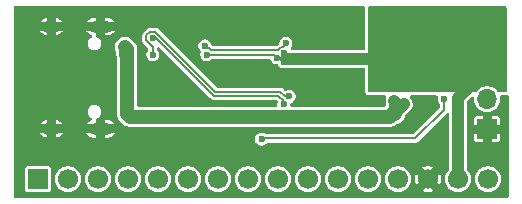
<source format=gbl>
G04 #@! TF.GenerationSoftware,KiCad,Pcbnew,9.0.3*
G04 #@! TF.CreationDate,2025-08-03T15:24:15-04:00*
G04 #@! TF.ProjectId,CH32V003A4M6,43483332-5630-4303-9341-344d362e6b69,rev?*
G04 #@! TF.SameCoordinates,Original*
G04 #@! TF.FileFunction,Copper,L2,Bot*
G04 #@! TF.FilePolarity,Positive*
%FSLAX46Y46*%
G04 Gerber Fmt 4.6, Leading zero omitted, Abs format (unit mm)*
G04 Created by KiCad (PCBNEW 9.0.3) date 2025-08-03 15:24:15*
%MOMM*%
%LPD*%
G01*
G04 APERTURE LIST*
G04 #@! TA.AperFunction,ComponentPad*
%ADD10R,1.700000X1.700000*%
G04 #@! TD*
G04 #@! TA.AperFunction,ComponentPad*
%ADD11O,1.700000X1.700000*%
G04 #@! TD*
G04 #@! TA.AperFunction,ComponentPad*
%ADD12O,2.100000X1.000000*%
G04 #@! TD*
G04 #@! TA.AperFunction,ComponentPad*
%ADD13O,1.600000X1.000000*%
G04 #@! TD*
G04 #@! TA.AperFunction,ComponentPad*
%ADD14C,1.700000*%
G04 #@! TD*
G04 #@! TA.AperFunction,ViaPad*
%ADD15C,0.600000*%
G04 #@! TD*
G04 #@! TA.AperFunction,Conductor*
%ADD16C,1.000000*%
G04 #@! TD*
G04 #@! TA.AperFunction,Conductor*
%ADD17C,1.200000*%
G04 #@! TD*
G04 #@! TA.AperFunction,Conductor*
%ADD18C,0.200000*%
G04 #@! TD*
G04 APERTURE END LIST*
D10*
X167100000Y-124225000D03*
D11*
X167100000Y-121685000D03*
X167100000Y-119145000D03*
D12*
X134380000Y-115530000D03*
D13*
X130200000Y-115530000D03*
D12*
X134380000Y-124170000D03*
D13*
X130200000Y-124170000D03*
D10*
X129070000Y-128450000D03*
D14*
X131610000Y-128450000D03*
X134150000Y-128450000D03*
X136690000Y-128450000D03*
X139230000Y-128450000D03*
X141770000Y-128450000D03*
X144310000Y-128450000D03*
X146850000Y-128450000D03*
X149390000Y-128450000D03*
X151930000Y-128450000D03*
X154470000Y-128450000D03*
X157010000Y-128450000D03*
X159550000Y-128450000D03*
X162090000Y-128450000D03*
X164630000Y-128450000D03*
X167170000Y-128450000D03*
D15*
X143057792Y-129484503D03*
X140520835Y-129484503D03*
X132909964Y-129484503D03*
X155750000Y-119800000D03*
X153050000Y-115100000D03*
X155700000Y-116800000D03*
X145594749Y-129484503D03*
X158450000Y-124350000D03*
X142950000Y-126800000D03*
X155742577Y-129484503D03*
X146150000Y-114300000D03*
X154100000Y-116600000D03*
X148250000Y-126350000D03*
X150668663Y-129484503D03*
X163550000Y-123850000D03*
X145450000Y-127150000D03*
X156050000Y-121650000D03*
X154350000Y-119800000D03*
X149750000Y-120500000D03*
X139550000Y-121550000D03*
X148400000Y-119500000D03*
X160816491Y-129484503D03*
X163500000Y-125750000D03*
X163353448Y-129484503D03*
X137983878Y-129484503D03*
X144650000Y-114350000D03*
X153205620Y-129484503D03*
X148131706Y-129484503D03*
X130550000Y-129600000D03*
X138300000Y-121600000D03*
X148450000Y-120500000D03*
X149800000Y-119550000D03*
X140300000Y-120650000D03*
X155050000Y-120850000D03*
X147500000Y-114350000D03*
X150450000Y-114300000D03*
X165890405Y-129484503D03*
X163500000Y-124800000D03*
X151950000Y-114350000D03*
X149350000Y-126350000D03*
X156950000Y-124300000D03*
X158279534Y-129484503D03*
X135446921Y-129484503D03*
X138700000Y-120600000D03*
X148900000Y-114350000D03*
X160250000Y-124350000D03*
X159300000Y-122950000D03*
X159250000Y-121850000D03*
X136700000Y-122500000D03*
X136722000Y-121850000D03*
X160050000Y-122100000D03*
X136445000Y-117250000D03*
X136445000Y-117850000D03*
X162950000Y-114350000D03*
X149900000Y-117800000D03*
X149300000Y-118150000D03*
X164000000Y-120500000D03*
X159850000Y-116050000D03*
X160800000Y-114350000D03*
X159900000Y-120400000D03*
X161800000Y-118150000D03*
X161750000Y-120450000D03*
X165822500Y-120422500D03*
X161950000Y-116000000D03*
X164900000Y-114400000D03*
X166050000Y-115600000D03*
X166050000Y-117550000D03*
X168300000Y-115600000D03*
X159900000Y-118150000D03*
X168200000Y-117450000D03*
X149900000Y-118500000D03*
X143350000Y-117900000D03*
X160750000Y-119250000D03*
X160900000Y-117050000D03*
X167200000Y-116600000D03*
X167100000Y-114450000D03*
X148000000Y-125050000D03*
X163450000Y-121650000D03*
X149900000Y-122100000D03*
X138782007Y-116484043D03*
X150346478Y-121443854D03*
X138791933Y-117900000D03*
X150050000Y-116950000D03*
X143211494Y-117147823D03*
D16*
X136445000Y-117850000D02*
X136445000Y-117250000D01*
X136722000Y-118172000D02*
X136445000Y-117895000D01*
D17*
X136846998Y-123150000D02*
X158850000Y-123150000D01*
D16*
X159250000Y-121850000D02*
X159300000Y-121900000D01*
X159300000Y-122950000D02*
X159300000Y-122850000D01*
X159300000Y-121900000D02*
X159300000Y-122850000D01*
D17*
X159050000Y-122950000D02*
X159300000Y-122950000D01*
D16*
X159300000Y-122850000D02*
X160050000Y-122100000D01*
D17*
X136622000Y-122925002D02*
X136846998Y-123150000D01*
D16*
X136445000Y-117895000D02*
X136445000Y-117850000D01*
D17*
X158850000Y-123150000D02*
X159050000Y-122950000D01*
X136445000Y-117250000D02*
X136622000Y-117427000D01*
X136622000Y-117427000D02*
X136622000Y-122925002D01*
D16*
X136700000Y-122500000D02*
X136700000Y-122189207D01*
X164650000Y-121595000D02*
X165822500Y-120422500D01*
X164630000Y-128450000D02*
X164650000Y-128430000D01*
D18*
X143350000Y-117900000D02*
X149050000Y-117900000D01*
D16*
X150050000Y-118250000D02*
X157900000Y-118250000D01*
X164650000Y-128430000D02*
X164650000Y-121595000D01*
X165822500Y-120422500D02*
X167100000Y-119145000D01*
D18*
X149050000Y-117900000D02*
X149300000Y-118150000D01*
X161000000Y-125000000D02*
X148050000Y-125000000D01*
X163450000Y-121650000D02*
X163450000Y-122550000D01*
X148050000Y-125000000D02*
X148000000Y-125050000D01*
X163450000Y-122550000D02*
X161000000Y-125000000D01*
X149900000Y-121850000D02*
X149428000Y-121378000D01*
X139064850Y-116484043D02*
X138782007Y-116484043D01*
X139500000Y-116950000D02*
X139500000Y-116919193D01*
X143880807Y-121300000D02*
X143850000Y-121300000D01*
X149428000Y-121378000D02*
X143958807Y-121378000D01*
X139500000Y-116919193D02*
X139064850Y-116484043D01*
X149900000Y-122100000D02*
X149900000Y-121850000D01*
X143850000Y-121300000D02*
X139500000Y-116950000D01*
X143958807Y-121378000D02*
X143880807Y-121300000D01*
X144094669Y-121050000D02*
X139000712Y-115956043D01*
X138254007Y-116704007D02*
X138791933Y-117241933D01*
X149957716Y-121443854D02*
X149563862Y-121050000D01*
X138254007Y-116265338D02*
X138254007Y-116704007D01*
X138563302Y-115956043D02*
X138254007Y-116265338D01*
X149563862Y-121050000D02*
X144094669Y-121050000D01*
X150346478Y-121443854D02*
X149957716Y-121443854D01*
X138791933Y-117241933D02*
X138791933Y-117900000D01*
X139000712Y-115956043D02*
X138563302Y-115956043D01*
X149681295Y-117272000D02*
X149778000Y-117272000D01*
X143746705Y-117550000D02*
X149403295Y-117550000D01*
X149403295Y-117550000D02*
X149681295Y-117272000D01*
X143435671Y-117372000D02*
X143568705Y-117372000D01*
X143211494Y-117147823D02*
X143435671Y-117372000D01*
X149778000Y-117272000D02*
X150050000Y-117000000D01*
X150050000Y-117000000D02*
X150050000Y-116950000D01*
X143568705Y-117372000D02*
X143746705Y-117550000D01*
G04 #@! TA.AperFunction,Conductor*
G36*
X168693039Y-113822185D02*
G01*
X168738794Y-113874989D01*
X168750000Y-113926500D01*
X168750000Y-120976000D01*
X168730315Y-121043039D01*
X168677511Y-121088794D01*
X168626000Y-121100000D01*
X168098447Y-121100000D01*
X168031408Y-121080315D01*
X167998129Y-121048886D01*
X167945174Y-120976000D01*
X167939414Y-120968072D01*
X167816928Y-120845586D01*
X167676788Y-120743768D01*
X167522445Y-120665127D01*
X167357701Y-120611598D01*
X167357699Y-120611597D01*
X167357698Y-120611597D01*
X167226271Y-120590781D01*
X167186611Y-120584500D01*
X167013389Y-120584500D01*
X166973728Y-120590781D01*
X166842302Y-120611597D01*
X166677552Y-120665128D01*
X166523211Y-120743768D01*
X166443256Y-120801859D01*
X166383072Y-120845586D01*
X166383070Y-120845588D01*
X166383069Y-120845588D01*
X166260587Y-120968070D01*
X166201871Y-121048886D01*
X166146540Y-121091551D01*
X166101553Y-121100000D01*
X163524341Y-121100000D01*
X163522475Y-121099500D01*
X163377525Y-121099500D01*
X163375659Y-121100000D01*
X159335085Y-121100000D01*
X159324907Y-121099500D01*
X159323917Y-121099500D01*
X159176083Y-121099500D01*
X159175093Y-121099500D01*
X159164915Y-121100000D01*
X157124000Y-121100000D01*
X157056961Y-121080315D01*
X157011206Y-121027511D01*
X157000000Y-120976000D01*
X157000000Y-113926500D01*
X157019685Y-113859461D01*
X157072489Y-113813706D01*
X157124000Y-113802500D01*
X168626000Y-113802500D01*
X168693039Y-113822185D01*
G37*
G04 #@! TD.AperFunction*
G04 #@! TA.AperFunction,Conductor*
G36*
X156687539Y-113822185D02*
G01*
X156733294Y-113874989D01*
X156744500Y-113926500D01*
X156744500Y-117375500D01*
X156724815Y-117442539D01*
X156672011Y-117488294D01*
X156620500Y-117499500D01*
X150578386Y-117499500D01*
X150511347Y-117479815D01*
X150465592Y-117427011D01*
X150455648Y-117357853D01*
X150484673Y-117294297D01*
X150490442Y-117288101D01*
X150490504Y-117288019D01*
X150490509Y-117288015D01*
X150562984Y-117162485D01*
X150600500Y-117022475D01*
X150600500Y-116877525D01*
X150562984Y-116737515D01*
X150545547Y-116707314D01*
X150490511Y-116611988D01*
X150490506Y-116611982D01*
X150388017Y-116509493D01*
X150388011Y-116509488D01*
X150262488Y-116437017D01*
X150262489Y-116437017D01*
X150212860Y-116423719D01*
X150122475Y-116399500D01*
X149977525Y-116399500D01*
X149887140Y-116423719D01*
X149837511Y-116437017D01*
X149711988Y-116509488D01*
X149711982Y-116509493D01*
X149609493Y-116611982D01*
X149609488Y-116611988D01*
X149537017Y-116737511D01*
X149537016Y-116737515D01*
X149499500Y-116877525D01*
X149499500Y-116877527D01*
X149499500Y-116906751D01*
X149490855Y-116936191D01*
X149484332Y-116966178D01*
X149480577Y-116971193D01*
X149479815Y-116973790D01*
X149463181Y-116994432D01*
X149294432Y-117163181D01*
X149233109Y-117196666D01*
X149206751Y-117199500D01*
X143943249Y-117199500D01*
X143876210Y-117179815D01*
X143855572Y-117163185D01*
X143783917Y-117091530D01*
X143783916Y-117091529D01*
X143783385Y-117090998D01*
X143751293Y-117035413D01*
X143724478Y-116935338D01*
X143715172Y-116919220D01*
X143652005Y-116809811D01*
X143652000Y-116809805D01*
X143549511Y-116707316D01*
X143549505Y-116707311D01*
X143423982Y-116634840D01*
X143423983Y-116634840D01*
X143412500Y-116631763D01*
X143283969Y-116597323D01*
X143139019Y-116597323D01*
X143010487Y-116631763D01*
X142999005Y-116634840D01*
X142873482Y-116707311D01*
X142873476Y-116707316D01*
X142770987Y-116809805D01*
X142770982Y-116809811D01*
X142698511Y-116935334D01*
X142698510Y-116935338D01*
X142660994Y-117075348D01*
X142660994Y-117220298D01*
X142693935Y-117343233D01*
X142698511Y-117360311D01*
X142770982Y-117485834D01*
X142770987Y-117485840D01*
X142819385Y-117534238D01*
X142852870Y-117595561D01*
X142847886Y-117665253D01*
X142839096Y-117683911D01*
X142837018Y-117687510D01*
X142837016Y-117687513D01*
X142818258Y-117757520D01*
X142799500Y-117827525D01*
X142799500Y-117972475D01*
X142837016Y-118112485D01*
X142837017Y-118112488D01*
X142909488Y-118238011D01*
X142909490Y-118238013D01*
X142909491Y-118238015D01*
X143011985Y-118340509D01*
X143011986Y-118340510D01*
X143011988Y-118340511D01*
X143137511Y-118412982D01*
X143137512Y-118412982D01*
X143137515Y-118412984D01*
X143277525Y-118450500D01*
X143277528Y-118450500D01*
X143422472Y-118450500D01*
X143422475Y-118450500D01*
X143562485Y-118412984D01*
X143688015Y-118340509D01*
X143741705Y-118286819D01*
X143803028Y-118253334D01*
X143829386Y-118250500D01*
X148661861Y-118250500D01*
X148728900Y-118270185D01*
X148774655Y-118322989D01*
X148781636Y-118342406D01*
X148787016Y-118362487D01*
X148787017Y-118362488D01*
X148859488Y-118488011D01*
X148859490Y-118488013D01*
X148859491Y-118488015D01*
X148961985Y-118590509D01*
X148961986Y-118590510D01*
X148961988Y-118590511D01*
X149087511Y-118662982D01*
X149087512Y-118662982D01*
X149087515Y-118662984D01*
X149227525Y-118700500D01*
X149227528Y-118700500D01*
X149308506Y-118700500D01*
X149375545Y-118720185D01*
X149415892Y-118762500D01*
X149459491Y-118838015D01*
X149561985Y-118940509D01*
X149561986Y-118940510D01*
X149561988Y-118940511D01*
X149687511Y-119012982D01*
X149687512Y-119012982D01*
X149687515Y-119012984D01*
X149827525Y-119050500D01*
X149827528Y-119050500D01*
X149972472Y-119050500D01*
X149972475Y-119050500D01*
X150112485Y-119012984D01*
X150112488Y-119012981D01*
X150119838Y-119009938D01*
X150167289Y-119000500D01*
X156620500Y-119000500D01*
X156687539Y-119020185D01*
X156733294Y-119072989D01*
X156744500Y-119124500D01*
X156744500Y-120976002D01*
X156750338Y-121030312D01*
X156761543Y-121081818D01*
X156761546Y-121081827D01*
X156768779Y-121108192D01*
X156768783Y-121108203D01*
X156818105Y-121194818D01*
X156818110Y-121194825D01*
X156818112Y-121194828D01*
X156839653Y-121219688D01*
X156863863Y-121247628D01*
X156863866Y-121247631D01*
X156863867Y-121247632D01*
X156896641Y-121279257D01*
X156984976Y-121325465D01*
X156984977Y-121325465D01*
X156984977Y-121325466D01*
X157029218Y-121338456D01*
X157052015Y-121345150D01*
X157052019Y-121345150D01*
X157052021Y-121345151D01*
X157063652Y-121346823D01*
X157124000Y-121355500D01*
X158456915Y-121355500D01*
X158523954Y-121375185D01*
X158569709Y-121427989D01*
X158579653Y-121497147D01*
X158571476Y-121526952D01*
X158528343Y-121631083D01*
X158528340Y-121631093D01*
X158499500Y-121776080D01*
X158499500Y-121776083D01*
X158499500Y-121923917D01*
X158499500Y-121923919D01*
X158499499Y-121923919D01*
X158528340Y-122068906D01*
X158528343Y-122068916D01*
X158540061Y-122097205D01*
X158541687Y-122105381D01*
X158544477Y-122109722D01*
X158549500Y-122144657D01*
X158549500Y-122175500D01*
X158529815Y-122242539D01*
X158477011Y-122288294D01*
X158425500Y-122299500D01*
X150574500Y-122299500D01*
X150507461Y-122279815D01*
X150461706Y-122227011D01*
X150450500Y-122175500D01*
X150450500Y-122081048D01*
X150470185Y-122014009D01*
X150522989Y-121968254D01*
X150542395Y-121961277D01*
X150558963Y-121956838D01*
X150558966Y-121956836D01*
X150558967Y-121956836D01*
X150674400Y-121890190D01*
X150684493Y-121884363D01*
X150786987Y-121781869D01*
X150859462Y-121656339D01*
X150896978Y-121516329D01*
X150896978Y-121371379D01*
X150859462Y-121231369D01*
X150838359Y-121194818D01*
X150786989Y-121105842D01*
X150786984Y-121105836D01*
X150684495Y-121003347D01*
X150684489Y-121003342D01*
X150558966Y-120930871D01*
X150558967Y-120930871D01*
X150547484Y-120927794D01*
X150418953Y-120893354D01*
X150274003Y-120893354D01*
X150189997Y-120915863D01*
X150133991Y-120930870D01*
X150133988Y-120930872D01*
X150093667Y-120954151D01*
X150025767Y-120970622D01*
X149959740Y-120947769D01*
X149943988Y-120934444D01*
X149779075Y-120769531D01*
X149779070Y-120769527D01*
X149699152Y-120723387D01*
X149699151Y-120723386D01*
X149699150Y-120723386D01*
X149610006Y-120699500D01*
X149610005Y-120699500D01*
X144291213Y-120699500D01*
X144224174Y-120679815D01*
X144203532Y-120663181D01*
X139215925Y-115675574D01*
X139215920Y-115675570D01*
X139136000Y-115629429D01*
X139135993Y-115629427D01*
X139126164Y-115626793D01*
X139126163Y-115626793D01*
X139086509Y-115616168D01*
X139046856Y-115605543D01*
X138517158Y-115605543D01*
X138437851Y-115626793D01*
X138437850Y-115626793D01*
X138428016Y-115629427D01*
X138428015Y-115629428D01*
X138348093Y-115675570D01*
X138348088Y-115675574D01*
X137973538Y-116050124D01*
X137973534Y-116050129D01*
X137927394Y-116130047D01*
X137927393Y-116130050D01*
X137903507Y-116219194D01*
X137903507Y-116750150D01*
X137926118Y-116834536D01*
X137926118Y-116834538D01*
X137927392Y-116839295D01*
X137973534Y-116919215D01*
X137973538Y-116919220D01*
X138396182Y-117341864D01*
X138429667Y-117403187D01*
X138424683Y-117472879D01*
X138396183Y-117517225D01*
X138351427Y-117561981D01*
X138351421Y-117561988D01*
X138278950Y-117687511D01*
X138278949Y-117687515D01*
X138241433Y-117827525D01*
X138241433Y-117972475D01*
X138278949Y-118112485D01*
X138278950Y-118112488D01*
X138351421Y-118238011D01*
X138351423Y-118238013D01*
X138351424Y-118238015D01*
X138453918Y-118340509D01*
X138453919Y-118340510D01*
X138453921Y-118340511D01*
X138579444Y-118412982D01*
X138579445Y-118412982D01*
X138579448Y-118412984D01*
X138719458Y-118450500D01*
X138719461Y-118450500D01*
X138864405Y-118450500D01*
X138864408Y-118450500D01*
X139004418Y-118412984D01*
X139129948Y-118340509D01*
X139232442Y-118238015D01*
X139304917Y-118112485D01*
X139342433Y-117972475D01*
X139342433Y-117827525D01*
X139304917Y-117687515D01*
X139302836Y-117683911D01*
X139232444Y-117561988D01*
X139232439Y-117561982D01*
X139178752Y-117508295D01*
X139164048Y-117481367D01*
X139147456Y-117455549D01*
X139146564Y-117449348D01*
X139145267Y-117446972D01*
X139142433Y-117420614D01*
X139142433Y-117387477D01*
X139162118Y-117320438D01*
X139214922Y-117274683D01*
X139284080Y-117264739D01*
X139347636Y-117293764D01*
X139354114Y-117299796D01*
X143634788Y-121580470D01*
X143634789Y-121580471D01*
X143634791Y-121580472D01*
X143687808Y-121611081D01*
X143693538Y-121614389D01*
X143719222Y-121634097D01*
X143743595Y-121658470D01*
X143743596Y-121658471D01*
X143743598Y-121658472D01*
X143814662Y-121699501D01*
X143814661Y-121699501D01*
X143821067Y-121703198D01*
X143823519Y-121704614D01*
X143912663Y-121728500D01*
X143912664Y-121728500D01*
X144004951Y-121728500D01*
X149231456Y-121728500D01*
X149260896Y-121737144D01*
X149290883Y-121743668D01*
X149295898Y-121747422D01*
X149298495Y-121748185D01*
X149319137Y-121764819D01*
X149347977Y-121793659D01*
X149381462Y-121854982D01*
X149380071Y-121913433D01*
X149349500Y-122027525D01*
X149349500Y-122175500D01*
X149329815Y-122242539D01*
X149277011Y-122288294D01*
X149225500Y-122299500D01*
X137596500Y-122299500D01*
X137529461Y-122279815D01*
X137483706Y-122227011D01*
X137472500Y-122175500D01*
X137472500Y-117343232D01*
X137472499Y-117343228D01*
X137461534Y-117288101D01*
X137439816Y-117178918D01*
X137421037Y-117133584D01*
X137375704Y-117024137D01*
X137282627Y-116884838D01*
X137282624Y-116884834D01*
X136987165Y-116589375D01*
X136987161Y-116589372D01*
X136847866Y-116496297D01*
X136847863Y-116496296D01*
X136693082Y-116432184D01*
X136693073Y-116432181D01*
X136528771Y-116399500D01*
X136528767Y-116399500D01*
X136361233Y-116399500D01*
X136361228Y-116399500D01*
X136196926Y-116432181D01*
X136196917Y-116432184D01*
X136042136Y-116496296D01*
X136042133Y-116496297D01*
X135902838Y-116589372D01*
X135902834Y-116589375D01*
X135784375Y-116707834D01*
X135784372Y-116707838D01*
X135691297Y-116847133D01*
X135691296Y-116847136D01*
X135627184Y-117001917D01*
X135627181Y-117001926D01*
X135594500Y-117166228D01*
X135594500Y-117333771D01*
X135627181Y-117498073D01*
X135627184Y-117498082D01*
X135685061Y-117637811D01*
X135694500Y-117685263D01*
X135694500Y-117776082D01*
X135694500Y-117968918D01*
X135694500Y-117968920D01*
X135694499Y-117968920D01*
X135723340Y-118113907D01*
X135723342Y-118113913D01*
X135762061Y-118207388D01*
X135771500Y-118254841D01*
X135771500Y-123008773D01*
X135804182Y-123173076D01*
X135804185Y-123173088D01*
X135817608Y-123205493D01*
X135817609Y-123205495D01*
X135868296Y-123327865D01*
X135868297Y-123327868D01*
X135961372Y-123467163D01*
X135961375Y-123467167D01*
X136304828Y-123810619D01*
X136304829Y-123810620D01*
X136304832Y-123810622D01*
X136304836Y-123810626D01*
X136444135Y-123903704D01*
X136444138Y-123903705D01*
X136444141Y-123903707D01*
X136553572Y-123949034D01*
X136598916Y-123967816D01*
X136598918Y-123967816D01*
X136598923Y-123967818D01*
X136763226Y-124000499D01*
X136763230Y-124000500D01*
X136763231Y-124000500D01*
X158933768Y-124000500D01*
X158933769Y-124000499D01*
X159007695Y-123985795D01*
X159098074Y-123967818D01*
X159098078Y-123967816D01*
X159098082Y-123967816D01*
X159143415Y-123949037D01*
X159252863Y-123903704D01*
X159392162Y-123810627D01*
X159392163Y-123810625D01*
X159396793Y-123807532D01*
X159441490Y-123789017D01*
X159548082Y-123767816D01*
X159702863Y-123703703D01*
X159842162Y-123610626D01*
X159960626Y-123492162D01*
X160053703Y-123352863D01*
X160117816Y-123198082D01*
X160136432Y-123104486D01*
X160168815Y-123042577D01*
X160170254Y-123041111D01*
X160632951Y-122578416D01*
X160715084Y-122455495D01*
X160771658Y-122318913D01*
X160783021Y-122261788D01*
X160800500Y-122173920D01*
X160800500Y-122026080D01*
X160771659Y-121881093D01*
X160771658Y-121881092D01*
X160771658Y-121881088D01*
X160763954Y-121862488D01*
X160715085Y-121744507D01*
X160715083Y-121744504D01*
X160632952Y-121621585D01*
X160632946Y-121621578D01*
X160578549Y-121567181D01*
X160545064Y-121505858D01*
X160550048Y-121436166D01*
X160591920Y-121380233D01*
X160657384Y-121355816D01*
X160666230Y-121355500D01*
X162797392Y-121355500D01*
X162864431Y-121375185D01*
X162910186Y-121427989D01*
X162920130Y-121497147D01*
X162917169Y-121511583D01*
X162899500Y-121577525D01*
X162899500Y-121722475D01*
X162918574Y-121793659D01*
X162937017Y-121862488D01*
X163009488Y-121988011D01*
X163009493Y-121988017D01*
X163063181Y-122041705D01*
X163077884Y-122068632D01*
X163094477Y-122094451D01*
X163095368Y-122100651D01*
X163096666Y-122103028D01*
X163099500Y-122129386D01*
X163099500Y-122353456D01*
X163079815Y-122420495D01*
X163063181Y-122441137D01*
X160891137Y-124613181D01*
X160829814Y-124646666D01*
X160803456Y-124649500D01*
X148429386Y-124649500D01*
X148362347Y-124629815D01*
X148341705Y-124613181D01*
X148338017Y-124609493D01*
X148338011Y-124609488D01*
X148212488Y-124537017D01*
X148212489Y-124537017D01*
X148193791Y-124532007D01*
X148072475Y-124499500D01*
X147927525Y-124499500D01*
X147806209Y-124532007D01*
X147787511Y-124537017D01*
X147661988Y-124609488D01*
X147661982Y-124609493D01*
X147559493Y-124711982D01*
X147559488Y-124711988D01*
X147487017Y-124837511D01*
X147487016Y-124837515D01*
X147449500Y-124977525D01*
X147449500Y-125122475D01*
X147487016Y-125262485D01*
X147487017Y-125262488D01*
X147559488Y-125388011D01*
X147559490Y-125388013D01*
X147559491Y-125388015D01*
X147661985Y-125490509D01*
X147661986Y-125490510D01*
X147661988Y-125490511D01*
X147787511Y-125562982D01*
X147787512Y-125562982D01*
X147787515Y-125562984D01*
X147927525Y-125600500D01*
X147927528Y-125600500D01*
X148072472Y-125600500D01*
X148072475Y-125600500D01*
X148212485Y-125562984D01*
X148338015Y-125490509D01*
X148440509Y-125388015D01*
X148440509Y-125388014D01*
X148441705Y-125386819D01*
X148503028Y-125353334D01*
X148529386Y-125350500D01*
X161046142Y-125350500D01*
X161046144Y-125350500D01*
X161135288Y-125326614D01*
X161215212Y-125280470D01*
X163687819Y-122807863D01*
X163749142Y-122774378D01*
X163818834Y-122779362D01*
X163874767Y-122821234D01*
X163899184Y-122886698D01*
X163899500Y-122895544D01*
X163899500Y-127572796D01*
X163879815Y-127639835D01*
X163863181Y-127660477D01*
X163790588Y-127733069D01*
X163790588Y-127733070D01*
X163790586Y-127733072D01*
X163746859Y-127793256D01*
X163688768Y-127873211D01*
X163610128Y-128027552D01*
X163556597Y-128192302D01*
X163529500Y-128363389D01*
X163529500Y-128536610D01*
X163556579Y-128707585D01*
X163556598Y-128707701D01*
X163610127Y-128872445D01*
X163688768Y-129026788D01*
X163790586Y-129166928D01*
X163913072Y-129289414D01*
X164053212Y-129391232D01*
X164207555Y-129469873D01*
X164372299Y-129523402D01*
X164543389Y-129550500D01*
X164543390Y-129550500D01*
X164716610Y-129550500D01*
X164716611Y-129550500D01*
X164887701Y-129523402D01*
X165052445Y-129469873D01*
X165206788Y-129391232D01*
X165346928Y-129289414D01*
X165469414Y-129166928D01*
X165571232Y-129026788D01*
X165649873Y-128872445D01*
X165703402Y-128707701D01*
X165730500Y-128536611D01*
X165730500Y-128363389D01*
X166069500Y-128363389D01*
X166069500Y-128536610D01*
X166096579Y-128707585D01*
X166096598Y-128707701D01*
X166150127Y-128872445D01*
X166228768Y-129026788D01*
X166330586Y-129166928D01*
X166453072Y-129289414D01*
X166593212Y-129391232D01*
X166747555Y-129469873D01*
X166912299Y-129523402D01*
X167083389Y-129550500D01*
X167083390Y-129550500D01*
X167256610Y-129550500D01*
X167256611Y-129550500D01*
X167427701Y-129523402D01*
X167592445Y-129469873D01*
X167746788Y-129391232D01*
X167886928Y-129289414D01*
X168009414Y-129166928D01*
X168111232Y-129026788D01*
X168189873Y-128872445D01*
X168243402Y-128707701D01*
X168270500Y-128536611D01*
X168270500Y-128363389D01*
X168243402Y-128192299D01*
X168189873Y-128027555D01*
X168111232Y-127873212D01*
X168009414Y-127733072D01*
X167886928Y-127610586D01*
X167746788Y-127508768D01*
X167592445Y-127430127D01*
X167427701Y-127376598D01*
X167427699Y-127376597D01*
X167427698Y-127376597D01*
X167296271Y-127355781D01*
X167256611Y-127349500D01*
X167083389Y-127349500D01*
X167043728Y-127355781D01*
X166912302Y-127376597D01*
X166747552Y-127430128D01*
X166593211Y-127508768D01*
X166513256Y-127566859D01*
X166453072Y-127610586D01*
X166453070Y-127610588D01*
X166453069Y-127610588D01*
X166330588Y-127733069D01*
X166330588Y-127733070D01*
X166330586Y-127733072D01*
X166286859Y-127793256D01*
X166228768Y-127873211D01*
X166150128Y-128027552D01*
X166096597Y-128192302D01*
X166069500Y-128363389D01*
X165730500Y-128363389D01*
X165703402Y-128192299D01*
X165649873Y-128027555D01*
X165571232Y-127873212D01*
X165469414Y-127733072D01*
X165436819Y-127700477D01*
X165403334Y-127639154D01*
X165400500Y-127612796D01*
X165400500Y-125099628D01*
X166000000Y-125099628D01*
X166014503Y-125172540D01*
X166014505Y-125172544D01*
X166069760Y-125255239D01*
X166152455Y-125310494D01*
X166152459Y-125310496D01*
X166225371Y-125324999D01*
X166225374Y-125325000D01*
X166725000Y-125325000D01*
X167475000Y-125325000D01*
X167974626Y-125325000D01*
X167974628Y-125324999D01*
X168047540Y-125310496D01*
X168047544Y-125310494D01*
X168130239Y-125255239D01*
X168185494Y-125172544D01*
X168185496Y-125172540D01*
X168199999Y-125099628D01*
X168200000Y-125099626D01*
X168200000Y-124600000D01*
X167475000Y-124600000D01*
X167475000Y-125325000D01*
X166725000Y-125325000D01*
X166725000Y-124600000D01*
X166000000Y-124600000D01*
X166000000Y-125099628D01*
X165400500Y-125099628D01*
X165400500Y-124159174D01*
X166600000Y-124159174D01*
X166600000Y-124290826D01*
X166634075Y-124417993D01*
X166699901Y-124532007D01*
X166792993Y-124625099D01*
X166907007Y-124690925D01*
X167034174Y-124725000D01*
X167165826Y-124725000D01*
X167292993Y-124690925D01*
X167407007Y-124625099D01*
X167500099Y-124532007D01*
X167565925Y-124417993D01*
X167600000Y-124290826D01*
X167600000Y-124159174D01*
X167565925Y-124032007D01*
X167500099Y-123917993D01*
X167432106Y-123850000D01*
X167475000Y-123850000D01*
X168200000Y-123850000D01*
X168200000Y-123350373D01*
X168199999Y-123350371D01*
X168185496Y-123277459D01*
X168185494Y-123277455D01*
X168130239Y-123194760D01*
X168047544Y-123139505D01*
X168047540Y-123139503D01*
X167974627Y-123125000D01*
X167475000Y-123125000D01*
X167475000Y-123850000D01*
X167432106Y-123850000D01*
X167407007Y-123824901D01*
X167292993Y-123759075D01*
X167165826Y-123725000D01*
X167034174Y-123725000D01*
X166907007Y-123759075D01*
X166792993Y-123824901D01*
X166699901Y-123917993D01*
X166634075Y-124032007D01*
X166600000Y-124159174D01*
X165400500Y-124159174D01*
X165400500Y-123350371D01*
X166000000Y-123350371D01*
X166000000Y-123850000D01*
X166725000Y-123850000D01*
X166725000Y-123125000D01*
X166225373Y-123125000D01*
X166152459Y-123139503D01*
X166152455Y-123139505D01*
X166069760Y-123194760D01*
X166014505Y-123277455D01*
X166014503Y-123277459D01*
X166000000Y-123350371D01*
X165400500Y-123350371D01*
X165400500Y-121957229D01*
X165420185Y-121890190D01*
X165436819Y-121869548D01*
X165787819Y-121518548D01*
X165849142Y-121485063D01*
X165918834Y-121490047D01*
X165974767Y-121531919D01*
X165999184Y-121597383D01*
X165999500Y-121606229D01*
X165999500Y-121771610D01*
X166016838Y-121881083D01*
X166026598Y-121942701D01*
X166080127Y-122107445D01*
X166158768Y-122261788D01*
X166260586Y-122401928D01*
X166383072Y-122524414D01*
X166523212Y-122626232D01*
X166677555Y-122704873D01*
X166842299Y-122758402D01*
X167013389Y-122785500D01*
X167013390Y-122785500D01*
X167186610Y-122785500D01*
X167186611Y-122785500D01*
X167357701Y-122758402D01*
X167522445Y-122704873D01*
X167676788Y-122626232D01*
X167816928Y-122524414D01*
X167939414Y-122401928D01*
X168041232Y-122261788D01*
X168119873Y-122107445D01*
X168173402Y-121942701D01*
X168200500Y-121771611D01*
X168200500Y-121598389D01*
X168184742Y-121498897D01*
X168193697Y-121429604D01*
X168238693Y-121376153D01*
X168305444Y-121355513D01*
X168307215Y-121355500D01*
X168626000Y-121355500D01*
X168680313Y-121349661D01*
X168731824Y-121338455D01*
X168756692Y-121331632D01*
X168826550Y-121332878D01*
X168884646Y-121371694D01*
X168912533Y-121435757D01*
X168913500Y-121451213D01*
X168913500Y-129913500D01*
X168893815Y-129980539D01*
X168841011Y-130026294D01*
X168789500Y-130037500D01*
X127134500Y-130037500D01*
X127067461Y-130017815D01*
X127021706Y-129965011D01*
X127010500Y-129913500D01*
X127010500Y-127575321D01*
X127969500Y-127575321D01*
X127969500Y-129324678D01*
X127984032Y-129397735D01*
X127984033Y-129397739D01*
X127984034Y-129397740D01*
X128039399Y-129480601D01*
X128122260Y-129535966D01*
X128122264Y-129535967D01*
X128195321Y-129550499D01*
X128195324Y-129550500D01*
X128195326Y-129550500D01*
X129944676Y-129550500D01*
X129944677Y-129550499D01*
X130017740Y-129535966D01*
X130100601Y-129480601D01*
X130155966Y-129397740D01*
X130170500Y-129324674D01*
X130170500Y-128363389D01*
X130509500Y-128363389D01*
X130509500Y-128536610D01*
X130536579Y-128707585D01*
X130536598Y-128707701D01*
X130590127Y-128872445D01*
X130668768Y-129026788D01*
X130770586Y-129166928D01*
X130893072Y-129289414D01*
X131033212Y-129391232D01*
X131187555Y-129469873D01*
X131352299Y-129523402D01*
X131523389Y-129550500D01*
X131523390Y-129550500D01*
X131696610Y-129550500D01*
X131696611Y-129550500D01*
X131867701Y-129523402D01*
X132032445Y-129469873D01*
X132186788Y-129391232D01*
X132326928Y-129289414D01*
X132449414Y-129166928D01*
X132551232Y-129026788D01*
X132629873Y-128872445D01*
X132683402Y-128707701D01*
X132710500Y-128536611D01*
X132710500Y-128363389D01*
X133049500Y-128363389D01*
X133049500Y-128536610D01*
X133076579Y-128707585D01*
X133076598Y-128707701D01*
X133130127Y-128872445D01*
X133208768Y-129026788D01*
X133310586Y-129166928D01*
X133433072Y-129289414D01*
X133573212Y-129391232D01*
X133727555Y-129469873D01*
X133892299Y-129523402D01*
X134063389Y-129550500D01*
X134063390Y-129550500D01*
X134236610Y-129550500D01*
X134236611Y-129550500D01*
X134407701Y-129523402D01*
X134572445Y-129469873D01*
X134726788Y-129391232D01*
X134866928Y-129289414D01*
X134989414Y-129166928D01*
X135091232Y-129026788D01*
X135169873Y-128872445D01*
X135223402Y-128707701D01*
X135250500Y-128536611D01*
X135250500Y-128363389D01*
X135589500Y-128363389D01*
X135589500Y-128536610D01*
X135616579Y-128707585D01*
X135616598Y-128707701D01*
X135670127Y-128872445D01*
X135748768Y-129026788D01*
X135850586Y-129166928D01*
X135973072Y-129289414D01*
X136113212Y-129391232D01*
X136267555Y-129469873D01*
X136432299Y-129523402D01*
X136603389Y-129550500D01*
X136603390Y-129550500D01*
X136776610Y-129550500D01*
X136776611Y-129550500D01*
X136947701Y-129523402D01*
X137112445Y-129469873D01*
X137266788Y-129391232D01*
X137406928Y-129289414D01*
X137529414Y-129166928D01*
X137631232Y-129026788D01*
X137709873Y-128872445D01*
X137763402Y-128707701D01*
X137790500Y-128536611D01*
X137790500Y-128363389D01*
X138129500Y-128363389D01*
X138129500Y-128536610D01*
X138156579Y-128707585D01*
X138156598Y-128707701D01*
X138210127Y-128872445D01*
X138288768Y-129026788D01*
X138390586Y-129166928D01*
X138513072Y-129289414D01*
X138653212Y-129391232D01*
X138807555Y-129469873D01*
X138972299Y-129523402D01*
X139143389Y-129550500D01*
X139143390Y-129550500D01*
X139316610Y-129550500D01*
X139316611Y-129550500D01*
X139487701Y-129523402D01*
X139652445Y-129469873D01*
X139806788Y-129391232D01*
X139946928Y-129289414D01*
X140069414Y-129166928D01*
X140171232Y-129026788D01*
X140249873Y-128872445D01*
X140303402Y-128707701D01*
X140330500Y-128536611D01*
X140330500Y-128363389D01*
X140669500Y-128363389D01*
X140669500Y-128536610D01*
X140696579Y-128707585D01*
X140696598Y-128707701D01*
X140750127Y-128872445D01*
X140828768Y-129026788D01*
X140930586Y-129166928D01*
X141053072Y-129289414D01*
X141193212Y-129391232D01*
X141347555Y-129469873D01*
X141512299Y-129523402D01*
X141683389Y-129550500D01*
X141683390Y-129550500D01*
X141856610Y-129550500D01*
X141856611Y-129550500D01*
X142027701Y-129523402D01*
X142192445Y-129469873D01*
X142346788Y-129391232D01*
X142486928Y-129289414D01*
X142609414Y-129166928D01*
X142711232Y-129026788D01*
X142789873Y-128872445D01*
X142843402Y-128707701D01*
X142870500Y-128536611D01*
X142870500Y-128363389D01*
X143209500Y-128363389D01*
X143209500Y-128536610D01*
X143236579Y-128707585D01*
X143236598Y-128707701D01*
X143290127Y-128872445D01*
X143368768Y-129026788D01*
X143470586Y-129166928D01*
X143593072Y-129289414D01*
X143733212Y-129391232D01*
X143887555Y-129469873D01*
X144052299Y-129523402D01*
X144223389Y-129550500D01*
X144223390Y-129550500D01*
X144396610Y-129550500D01*
X144396611Y-129550500D01*
X144567701Y-129523402D01*
X144732445Y-129469873D01*
X144886788Y-129391232D01*
X145026928Y-129289414D01*
X145149414Y-129166928D01*
X145251232Y-129026788D01*
X145329873Y-128872445D01*
X145383402Y-128707701D01*
X145410500Y-128536611D01*
X145410500Y-128363389D01*
X145749500Y-128363389D01*
X145749500Y-128536610D01*
X145776579Y-128707585D01*
X145776598Y-128707701D01*
X145830127Y-128872445D01*
X145908768Y-129026788D01*
X146010586Y-129166928D01*
X146133072Y-129289414D01*
X146273212Y-129391232D01*
X146427555Y-129469873D01*
X146592299Y-129523402D01*
X146763389Y-129550500D01*
X146763390Y-129550500D01*
X146936610Y-129550500D01*
X146936611Y-129550500D01*
X147107701Y-129523402D01*
X147272445Y-129469873D01*
X147426788Y-129391232D01*
X147566928Y-129289414D01*
X147689414Y-129166928D01*
X147791232Y-129026788D01*
X147869873Y-128872445D01*
X147923402Y-128707701D01*
X147950500Y-128536611D01*
X147950500Y-128363389D01*
X148289500Y-128363389D01*
X148289500Y-128536610D01*
X148316579Y-128707585D01*
X148316598Y-128707701D01*
X148370127Y-128872445D01*
X148448768Y-129026788D01*
X148550586Y-129166928D01*
X148673072Y-129289414D01*
X148813212Y-129391232D01*
X148967555Y-129469873D01*
X149132299Y-129523402D01*
X149303389Y-129550500D01*
X149303390Y-129550500D01*
X149476610Y-129550500D01*
X149476611Y-129550500D01*
X149647701Y-129523402D01*
X149812445Y-129469873D01*
X149966788Y-129391232D01*
X150106928Y-129289414D01*
X150229414Y-129166928D01*
X150331232Y-129026788D01*
X150409873Y-128872445D01*
X150463402Y-128707701D01*
X150490500Y-128536611D01*
X150490500Y-128363389D01*
X150829500Y-128363389D01*
X150829500Y-128536610D01*
X150856579Y-128707585D01*
X150856598Y-128707701D01*
X150910127Y-128872445D01*
X150988768Y-129026788D01*
X151090586Y-129166928D01*
X151213072Y-129289414D01*
X151353212Y-129391232D01*
X151507555Y-129469873D01*
X151672299Y-129523402D01*
X151843389Y-129550500D01*
X151843390Y-129550500D01*
X152016610Y-129550500D01*
X152016611Y-129550500D01*
X152187701Y-129523402D01*
X152352445Y-129469873D01*
X152506788Y-129391232D01*
X152646928Y-129289414D01*
X152769414Y-129166928D01*
X152871232Y-129026788D01*
X152949873Y-128872445D01*
X153003402Y-128707701D01*
X153030500Y-128536611D01*
X153030500Y-128363389D01*
X153369500Y-128363389D01*
X153369500Y-128536610D01*
X153396579Y-128707585D01*
X153396598Y-128707701D01*
X153450127Y-128872445D01*
X153528768Y-129026788D01*
X153630586Y-129166928D01*
X153753072Y-129289414D01*
X153893212Y-129391232D01*
X154047555Y-129469873D01*
X154212299Y-129523402D01*
X154383389Y-129550500D01*
X154383390Y-129550500D01*
X154556610Y-129550500D01*
X154556611Y-129550500D01*
X154727701Y-129523402D01*
X154892445Y-129469873D01*
X155046788Y-129391232D01*
X155186928Y-129289414D01*
X155309414Y-129166928D01*
X155411232Y-129026788D01*
X155489873Y-128872445D01*
X155543402Y-128707701D01*
X155570500Y-128536611D01*
X155570500Y-128363389D01*
X155909500Y-128363389D01*
X155909500Y-128536610D01*
X155936579Y-128707585D01*
X155936598Y-128707701D01*
X155990127Y-128872445D01*
X156068768Y-129026788D01*
X156170586Y-129166928D01*
X156293072Y-129289414D01*
X156433212Y-129391232D01*
X156587555Y-129469873D01*
X156752299Y-129523402D01*
X156923389Y-129550500D01*
X156923390Y-129550500D01*
X157096610Y-129550500D01*
X157096611Y-129550500D01*
X157267701Y-129523402D01*
X157432445Y-129469873D01*
X157586788Y-129391232D01*
X157726928Y-129289414D01*
X157849414Y-129166928D01*
X157951232Y-129026788D01*
X158029873Y-128872445D01*
X158083402Y-128707701D01*
X158110500Y-128536611D01*
X158110500Y-128363389D01*
X158449500Y-128363389D01*
X158449500Y-128536610D01*
X158476579Y-128707585D01*
X158476598Y-128707701D01*
X158530127Y-128872445D01*
X158608768Y-129026788D01*
X158710586Y-129166928D01*
X158833072Y-129289414D01*
X158973212Y-129391232D01*
X159127555Y-129469873D01*
X159292299Y-129523402D01*
X159463389Y-129550500D01*
X159463390Y-129550500D01*
X159636610Y-129550500D01*
X159636611Y-129550500D01*
X159807701Y-129523402D01*
X159972445Y-129469873D01*
X160017627Y-129446852D01*
X161623476Y-129446852D01*
X161667746Y-129469410D01*
X161667749Y-129469411D01*
X161832413Y-129522913D01*
X162003429Y-129550000D01*
X162176571Y-129550000D01*
X162347584Y-129522914D01*
X162512251Y-129469409D01*
X162556523Y-129446852D01*
X162090001Y-128980330D01*
X162090000Y-128980330D01*
X161623476Y-129446852D01*
X160017627Y-129446852D01*
X160126788Y-129391232D01*
X160266928Y-129289414D01*
X160389414Y-129166928D01*
X160491232Y-129026788D01*
X160569873Y-128872445D01*
X160623402Y-128707701D01*
X160650500Y-128536611D01*
X160650500Y-128363428D01*
X160990000Y-128363428D01*
X160990000Y-128536571D01*
X161017086Y-128707585D01*
X161017086Y-128707588D01*
X161070589Y-128872251D01*
X161070589Y-128872252D01*
X161093146Y-128916523D01*
X161559670Y-128450000D01*
X161559670Y-128449999D01*
X161493845Y-128384174D01*
X161590000Y-128384174D01*
X161590000Y-128515826D01*
X161624075Y-128642993D01*
X161689901Y-128757007D01*
X161782993Y-128850099D01*
X161897007Y-128915925D01*
X162024174Y-128950000D01*
X162155826Y-128950000D01*
X162282993Y-128915925D01*
X162397007Y-128850099D01*
X162490099Y-128757007D01*
X162555925Y-128642993D01*
X162590000Y-128515826D01*
X162590000Y-128449999D01*
X162620330Y-128449999D01*
X162620330Y-128450001D01*
X163086852Y-128916523D01*
X163109409Y-128872251D01*
X163162914Y-128707584D01*
X163190000Y-128536571D01*
X163190000Y-128363428D01*
X163162913Y-128192414D01*
X163162913Y-128192411D01*
X163109411Y-128027749D01*
X163109410Y-128027746D01*
X163086852Y-127983476D01*
X162620330Y-128449999D01*
X162590000Y-128449999D01*
X162590000Y-128384174D01*
X162555925Y-128257007D01*
X162490099Y-128142993D01*
X162397007Y-128049901D01*
X162282993Y-127984075D01*
X162155826Y-127950000D01*
X162024174Y-127950000D01*
X161897007Y-127984075D01*
X161782993Y-128049901D01*
X161689901Y-128142993D01*
X161624075Y-128257007D01*
X161590000Y-128384174D01*
X161493845Y-128384174D01*
X161093146Y-127983475D01*
X161070589Y-128027748D01*
X161070588Y-128027751D01*
X161017086Y-128192411D01*
X161017086Y-128192414D01*
X160990000Y-128363428D01*
X160650500Y-128363428D01*
X160650500Y-128363389D01*
X160623402Y-128192299D01*
X160569873Y-128027555D01*
X160491232Y-127873212D01*
X160389414Y-127733072D01*
X160266928Y-127610586D01*
X160126788Y-127508768D01*
X160017623Y-127453146D01*
X161623475Y-127453146D01*
X162090000Y-127919670D01*
X162090001Y-127919670D01*
X162556523Y-127453146D01*
X162556523Y-127453145D01*
X162512252Y-127430589D01*
X162347586Y-127377086D01*
X162176571Y-127350000D01*
X162003429Y-127350000D01*
X161832414Y-127377086D01*
X161832411Y-127377086D01*
X161667751Y-127430588D01*
X161667748Y-127430589D01*
X161623475Y-127453146D01*
X160017623Y-127453146D01*
X159972445Y-127430127D01*
X159807701Y-127376598D01*
X159807699Y-127376597D01*
X159807698Y-127376597D01*
X159676271Y-127355781D01*
X159636611Y-127349500D01*
X159463389Y-127349500D01*
X159423728Y-127355781D01*
X159292302Y-127376597D01*
X159127552Y-127430128D01*
X158973211Y-127508768D01*
X158893256Y-127566859D01*
X158833072Y-127610586D01*
X158833070Y-127610588D01*
X158833069Y-127610588D01*
X158710588Y-127733069D01*
X158710588Y-127733070D01*
X158710586Y-127733072D01*
X158666859Y-127793256D01*
X158608768Y-127873211D01*
X158530128Y-128027552D01*
X158476597Y-128192302D01*
X158449500Y-128363389D01*
X158110500Y-128363389D01*
X158083402Y-128192299D01*
X158029873Y-128027555D01*
X157951232Y-127873212D01*
X157849414Y-127733072D01*
X157726928Y-127610586D01*
X157586788Y-127508768D01*
X157432445Y-127430127D01*
X157267701Y-127376598D01*
X157267699Y-127376597D01*
X157267698Y-127376597D01*
X157136271Y-127355781D01*
X157096611Y-127349500D01*
X156923389Y-127349500D01*
X156883728Y-127355781D01*
X156752302Y-127376597D01*
X156587552Y-127430128D01*
X156433211Y-127508768D01*
X156353256Y-127566859D01*
X156293072Y-127610586D01*
X156293070Y-127610588D01*
X156293069Y-127610588D01*
X156170588Y-127733069D01*
X156170588Y-127733070D01*
X156170586Y-127733072D01*
X156126859Y-127793256D01*
X156068768Y-127873211D01*
X155990128Y-128027552D01*
X155936597Y-128192302D01*
X155909500Y-128363389D01*
X155570500Y-128363389D01*
X155543402Y-128192299D01*
X155489873Y-128027555D01*
X155411232Y-127873212D01*
X155309414Y-127733072D01*
X155186928Y-127610586D01*
X155046788Y-127508768D01*
X154892445Y-127430127D01*
X154727701Y-127376598D01*
X154727699Y-127376597D01*
X154727698Y-127376597D01*
X154596271Y-127355781D01*
X154556611Y-127349500D01*
X154383389Y-127349500D01*
X154343728Y-127355781D01*
X154212302Y-127376597D01*
X154047552Y-127430128D01*
X153893211Y-127508768D01*
X153813256Y-127566859D01*
X153753072Y-127610586D01*
X153753070Y-127610588D01*
X153753069Y-127610588D01*
X153630588Y-127733069D01*
X153630588Y-127733070D01*
X153630586Y-127733072D01*
X153586859Y-127793256D01*
X153528768Y-127873211D01*
X153450128Y-128027552D01*
X153396597Y-128192302D01*
X153369500Y-128363389D01*
X153030500Y-128363389D01*
X153003402Y-128192299D01*
X152949873Y-128027555D01*
X152871232Y-127873212D01*
X152769414Y-127733072D01*
X152646928Y-127610586D01*
X152506788Y-127508768D01*
X152352445Y-127430127D01*
X152187701Y-127376598D01*
X152187699Y-127376597D01*
X152187698Y-127376597D01*
X152056271Y-127355781D01*
X152016611Y-127349500D01*
X151843389Y-127349500D01*
X151803728Y-127355781D01*
X151672302Y-127376597D01*
X151507552Y-127430128D01*
X151353211Y-127508768D01*
X151273256Y-127566859D01*
X151213072Y-127610586D01*
X151213070Y-127610588D01*
X151213069Y-127610588D01*
X151090588Y-127733069D01*
X151090588Y-127733070D01*
X151090586Y-127733072D01*
X151046859Y-127793256D01*
X150988768Y-127873211D01*
X150910128Y-128027552D01*
X150856597Y-128192302D01*
X150829500Y-128363389D01*
X150490500Y-128363389D01*
X150463402Y-128192299D01*
X150409873Y-128027555D01*
X150331232Y-127873212D01*
X150229414Y-127733072D01*
X150106928Y-127610586D01*
X149966788Y-127508768D01*
X149812445Y-127430127D01*
X149647701Y-127376598D01*
X149647699Y-127376597D01*
X149647698Y-127376597D01*
X149516271Y-127355781D01*
X149476611Y-127349500D01*
X149303389Y-127349500D01*
X149263728Y-127355781D01*
X149132302Y-127376597D01*
X148967552Y-127430128D01*
X148813211Y-127508768D01*
X148733256Y-127566859D01*
X148673072Y-127610586D01*
X148673070Y-127610588D01*
X148673069Y-127610588D01*
X148550588Y-127733069D01*
X148550588Y-127733070D01*
X148550586Y-127733072D01*
X148506859Y-127793256D01*
X148448768Y-127873211D01*
X148370128Y-128027552D01*
X148316597Y-128192302D01*
X148289500Y-128363389D01*
X147950500Y-128363389D01*
X147923402Y-128192299D01*
X147869873Y-128027555D01*
X147791232Y-127873212D01*
X147689414Y-127733072D01*
X147566928Y-127610586D01*
X147426788Y-127508768D01*
X147272445Y-127430127D01*
X147107701Y-127376598D01*
X147107699Y-127376597D01*
X147107698Y-127376597D01*
X146976271Y-127355781D01*
X146936611Y-127349500D01*
X146763389Y-127349500D01*
X146723728Y-127355781D01*
X146592302Y-127376597D01*
X146427552Y-127430128D01*
X146273211Y-127508768D01*
X146193256Y-127566859D01*
X146133072Y-127610586D01*
X146133070Y-127610588D01*
X146133069Y-127610588D01*
X146010588Y-127733069D01*
X146010588Y-127733070D01*
X146010586Y-127733072D01*
X145966859Y-127793256D01*
X145908768Y-127873211D01*
X145830128Y-128027552D01*
X145776597Y-128192302D01*
X145749500Y-128363389D01*
X145410500Y-128363389D01*
X145383402Y-128192299D01*
X145329873Y-128027555D01*
X145251232Y-127873212D01*
X145149414Y-127733072D01*
X145026928Y-127610586D01*
X144886788Y-127508768D01*
X144732445Y-127430127D01*
X144567701Y-127376598D01*
X144567699Y-127376597D01*
X144567698Y-127376597D01*
X144436271Y-127355781D01*
X144396611Y-127349500D01*
X144223389Y-127349500D01*
X144183728Y-127355781D01*
X144052302Y-127376597D01*
X143887552Y-127430128D01*
X143733211Y-127508768D01*
X143653256Y-127566859D01*
X143593072Y-127610586D01*
X143593070Y-127610588D01*
X143593069Y-127610588D01*
X143470588Y-127733069D01*
X143470588Y-127733070D01*
X143470586Y-127733072D01*
X143426859Y-127793256D01*
X143368768Y-127873211D01*
X143290128Y-128027552D01*
X143236597Y-128192302D01*
X143209500Y-128363389D01*
X142870500Y-128363389D01*
X142843402Y-128192299D01*
X142789873Y-128027555D01*
X142711232Y-127873212D01*
X142609414Y-127733072D01*
X142486928Y-127610586D01*
X142346788Y-127508768D01*
X142192445Y-127430127D01*
X142027701Y-127376598D01*
X142027699Y-127376597D01*
X142027698Y-127376597D01*
X141896271Y-127355781D01*
X141856611Y-127349500D01*
X141683389Y-127349500D01*
X141643728Y-127355781D01*
X141512302Y-127376597D01*
X141347552Y-127430128D01*
X141193211Y-127508768D01*
X141113256Y-127566859D01*
X141053072Y-127610586D01*
X141053070Y-127610588D01*
X141053069Y-127610588D01*
X140930588Y-127733069D01*
X140930588Y-127733070D01*
X140930586Y-127733072D01*
X140886859Y-127793256D01*
X140828768Y-127873211D01*
X140750128Y-128027552D01*
X140696597Y-128192302D01*
X140669500Y-128363389D01*
X140330500Y-128363389D01*
X140303402Y-128192299D01*
X140249873Y-128027555D01*
X140171232Y-127873212D01*
X140069414Y-127733072D01*
X139946928Y-127610586D01*
X139806788Y-127508768D01*
X139652445Y-127430127D01*
X139487701Y-127376598D01*
X139487699Y-127376597D01*
X139487698Y-127376597D01*
X139356271Y-127355781D01*
X139316611Y-127349500D01*
X139143389Y-127349500D01*
X139103728Y-127355781D01*
X138972302Y-127376597D01*
X138807552Y-127430128D01*
X138653211Y-127508768D01*
X138573256Y-127566859D01*
X138513072Y-127610586D01*
X138513070Y-127610588D01*
X138513069Y-127610588D01*
X138390588Y-127733069D01*
X138390588Y-127733070D01*
X138390586Y-127733072D01*
X138346859Y-127793256D01*
X138288768Y-127873211D01*
X138210128Y-128027552D01*
X138156597Y-128192302D01*
X138129500Y-128363389D01*
X137790500Y-128363389D01*
X137763402Y-128192299D01*
X137709873Y-128027555D01*
X137631232Y-127873212D01*
X137529414Y-127733072D01*
X137406928Y-127610586D01*
X137266788Y-127508768D01*
X137112445Y-127430127D01*
X136947701Y-127376598D01*
X136947699Y-127376597D01*
X136947698Y-127376597D01*
X136816271Y-127355781D01*
X136776611Y-127349500D01*
X136603389Y-127349500D01*
X136563728Y-127355781D01*
X136432302Y-127376597D01*
X136267552Y-127430128D01*
X136113211Y-127508768D01*
X136033256Y-127566859D01*
X135973072Y-127610586D01*
X135973070Y-127610588D01*
X135973069Y-127610588D01*
X135850588Y-127733069D01*
X135850588Y-127733070D01*
X135850586Y-127733072D01*
X135806859Y-127793256D01*
X135748768Y-127873211D01*
X135670128Y-128027552D01*
X135616597Y-128192302D01*
X135589500Y-128363389D01*
X135250500Y-128363389D01*
X135223402Y-128192299D01*
X135169873Y-128027555D01*
X135091232Y-127873212D01*
X134989414Y-127733072D01*
X134866928Y-127610586D01*
X134726788Y-127508768D01*
X134572445Y-127430127D01*
X134407701Y-127376598D01*
X134407699Y-127376597D01*
X134407698Y-127376597D01*
X134276271Y-127355781D01*
X134236611Y-127349500D01*
X134063389Y-127349500D01*
X134023728Y-127355781D01*
X133892302Y-127376597D01*
X133727552Y-127430128D01*
X133573211Y-127508768D01*
X133493256Y-127566859D01*
X133433072Y-127610586D01*
X133433070Y-127610588D01*
X133433069Y-127610588D01*
X133310588Y-127733069D01*
X133310588Y-127733070D01*
X133310586Y-127733072D01*
X133266859Y-127793256D01*
X133208768Y-127873211D01*
X133130128Y-128027552D01*
X133076597Y-128192302D01*
X133049500Y-128363389D01*
X132710500Y-128363389D01*
X132683402Y-128192299D01*
X132629873Y-128027555D01*
X132551232Y-127873212D01*
X132449414Y-127733072D01*
X132326928Y-127610586D01*
X132186788Y-127508768D01*
X132032445Y-127430127D01*
X131867701Y-127376598D01*
X131867699Y-127376597D01*
X131867698Y-127376597D01*
X131736271Y-127355781D01*
X131696611Y-127349500D01*
X131523389Y-127349500D01*
X131483728Y-127355781D01*
X131352302Y-127376597D01*
X131187552Y-127430128D01*
X131033211Y-127508768D01*
X130953256Y-127566859D01*
X130893072Y-127610586D01*
X130893070Y-127610588D01*
X130893069Y-127610588D01*
X130770588Y-127733069D01*
X130770588Y-127733070D01*
X130770586Y-127733072D01*
X130726859Y-127793256D01*
X130668768Y-127873211D01*
X130590128Y-128027552D01*
X130536597Y-128192302D01*
X130509500Y-128363389D01*
X130170500Y-128363389D01*
X130170500Y-127575326D01*
X130170500Y-127575323D01*
X130170499Y-127575321D01*
X130155967Y-127502264D01*
X130155966Y-127502260D01*
X130100601Y-127419399D01*
X130017740Y-127364034D01*
X130017739Y-127364033D01*
X130017735Y-127364032D01*
X129944677Y-127349500D01*
X129944674Y-127349500D01*
X128195326Y-127349500D01*
X128195323Y-127349500D01*
X128122264Y-127364032D01*
X128122260Y-127364033D01*
X128039399Y-127419399D01*
X127984033Y-127502260D01*
X127984032Y-127502264D01*
X127969500Y-127575321D01*
X127010500Y-127575321D01*
X127010500Y-124545000D01*
X129248549Y-124545000D01*
X129317433Y-124648092D01*
X129317439Y-124648100D01*
X129421899Y-124752560D01*
X129421903Y-124752563D01*
X129544735Y-124834637D01*
X129544745Y-124834642D01*
X129681232Y-124891177D01*
X129681240Y-124891179D01*
X129825000Y-124919775D01*
X129825000Y-124919774D01*
X130575000Y-124919774D01*
X130718759Y-124891179D01*
X130718767Y-124891177D01*
X130855254Y-124834642D01*
X130855264Y-124834637D01*
X130978096Y-124752563D01*
X130978100Y-124752560D01*
X131082560Y-124648100D01*
X131082566Y-124648092D01*
X131151451Y-124545000D01*
X133178549Y-124545000D01*
X133247433Y-124648092D01*
X133247439Y-124648100D01*
X133351899Y-124752560D01*
X133351903Y-124752563D01*
X133474735Y-124834637D01*
X133474745Y-124834642D01*
X133611232Y-124891177D01*
X133611240Y-124891179D01*
X133756126Y-124919999D01*
X133756129Y-124920000D01*
X134005000Y-124920000D01*
X134755000Y-124920000D01*
X135003871Y-124920000D01*
X135003873Y-124919999D01*
X135148759Y-124891179D01*
X135148767Y-124891177D01*
X135285254Y-124834642D01*
X135285264Y-124834637D01*
X135408096Y-124752563D01*
X135408100Y-124752560D01*
X135512560Y-124648100D01*
X135512566Y-124648092D01*
X135581451Y-124545000D01*
X134755000Y-124545000D01*
X134755000Y-124920000D01*
X134005000Y-124920000D01*
X134005000Y-124545000D01*
X133178549Y-124545000D01*
X131151451Y-124545000D01*
X130575000Y-124545000D01*
X130575000Y-124919774D01*
X129825000Y-124919774D01*
X129825000Y-124545000D01*
X129248549Y-124545000D01*
X127010500Y-124545000D01*
X127010500Y-124130504D01*
X129600000Y-124130504D01*
X129600000Y-124209496D01*
X129620444Y-124285796D01*
X129659940Y-124354205D01*
X129715795Y-124410060D01*
X129784204Y-124449556D01*
X129860504Y-124470000D01*
X130539496Y-124470000D01*
X130615796Y-124449556D01*
X130684205Y-124410060D01*
X130740060Y-124354205D01*
X130779556Y-124285796D01*
X130800000Y-124209496D01*
X130800000Y-124130504D01*
X133530000Y-124130504D01*
X133530000Y-124209496D01*
X133550444Y-124285796D01*
X133589940Y-124354205D01*
X133645795Y-124410060D01*
X133714204Y-124449556D01*
X133790504Y-124470000D01*
X134969496Y-124470000D01*
X135045796Y-124449556D01*
X135114205Y-124410060D01*
X135170060Y-124354205D01*
X135209556Y-124285796D01*
X135230000Y-124209496D01*
X135230000Y-124130504D01*
X135209556Y-124054204D01*
X135170060Y-123985795D01*
X135114205Y-123929940D01*
X135045796Y-123890444D01*
X134969496Y-123870000D01*
X133790504Y-123870000D01*
X133714204Y-123890444D01*
X133645795Y-123929940D01*
X133589940Y-123985795D01*
X133550444Y-124054204D01*
X133530000Y-124130504D01*
X130800000Y-124130504D01*
X130779556Y-124054204D01*
X130740060Y-123985795D01*
X130684205Y-123929940D01*
X130615796Y-123890444D01*
X130539496Y-123870000D01*
X129860504Y-123870000D01*
X129784204Y-123890444D01*
X129715795Y-123929940D01*
X129659940Y-123985795D01*
X129620444Y-124054204D01*
X129600000Y-124130504D01*
X127010500Y-124130504D01*
X127010500Y-123794999D01*
X129248549Y-123794999D01*
X129248549Y-123795000D01*
X129825000Y-123795000D01*
X130575000Y-123795000D01*
X131151451Y-123795000D01*
X131151450Y-123794999D01*
X133178549Y-123794999D01*
X133178549Y-123795000D01*
X134005000Y-123795000D01*
X134755000Y-123795000D01*
X135581451Y-123795000D01*
X135581450Y-123794999D01*
X135512566Y-123691907D01*
X135512560Y-123691899D01*
X135408100Y-123587439D01*
X135408096Y-123587436D01*
X135285264Y-123505362D01*
X135285254Y-123505357D01*
X135148767Y-123448822D01*
X135148759Y-123448820D01*
X135003872Y-123420000D01*
X134755000Y-123420000D01*
X134755000Y-123795000D01*
X134005000Y-123795000D01*
X134005000Y-123386633D01*
X134008382Y-123375115D01*
X134007241Y-123363166D01*
X134018043Y-123342212D01*
X134024685Y-123319594D01*
X134034556Y-123310181D01*
X134039257Y-123301064D01*
X134067000Y-123279246D01*
X134098168Y-123261251D01*
X134113526Y-123252383D01*
X134203365Y-123200515D01*
X134310515Y-123093365D01*
X134386281Y-122962135D01*
X134425500Y-122815766D01*
X134425500Y-122664234D01*
X134386281Y-122517865D01*
X134310515Y-122386635D01*
X134203365Y-122279485D01*
X134112478Y-122227011D01*
X134072136Y-122203719D01*
X133960922Y-122173920D01*
X133925766Y-122164500D01*
X133774234Y-122164500D01*
X133627863Y-122203719D01*
X133496635Y-122279485D01*
X133496632Y-122279487D01*
X133389487Y-122386632D01*
X133389485Y-122386635D01*
X133313719Y-122517863D01*
X133274500Y-122664234D01*
X133274500Y-122815765D01*
X133313719Y-122962136D01*
X133351602Y-123027750D01*
X133389485Y-123093365D01*
X133496635Y-123200515D01*
X133559445Y-123236778D01*
X133577166Y-123247010D01*
X133625382Y-123297577D01*
X133638604Y-123366184D01*
X133612636Y-123431049D01*
X133562620Y-123468958D01*
X133474742Y-123505359D01*
X133474735Y-123505362D01*
X133351903Y-123587436D01*
X133351899Y-123587439D01*
X133247439Y-123691899D01*
X133247433Y-123691907D01*
X133178549Y-123794999D01*
X131151450Y-123794999D01*
X131082566Y-123691907D01*
X131082560Y-123691899D01*
X130978100Y-123587439D01*
X130978096Y-123587436D01*
X130855264Y-123505362D01*
X130855254Y-123505357D01*
X130718765Y-123448821D01*
X130718761Y-123448820D01*
X130575000Y-123420223D01*
X130575000Y-123795000D01*
X129825000Y-123795000D01*
X129825000Y-123420224D01*
X129824999Y-123420223D01*
X129681238Y-123448820D01*
X129681234Y-123448821D01*
X129544745Y-123505357D01*
X129544735Y-123505362D01*
X129421903Y-123587436D01*
X129421899Y-123587439D01*
X129317439Y-123691899D01*
X129317433Y-123691907D01*
X129248549Y-123794999D01*
X127010500Y-123794999D01*
X127010500Y-115905000D01*
X129248549Y-115905000D01*
X129317433Y-116008092D01*
X129317439Y-116008100D01*
X129421899Y-116112560D01*
X129421903Y-116112563D01*
X129544735Y-116194637D01*
X129544745Y-116194642D01*
X129681232Y-116251177D01*
X129681240Y-116251179D01*
X129825000Y-116279775D01*
X129825000Y-116279774D01*
X130575000Y-116279774D01*
X130718759Y-116251179D01*
X130718767Y-116251177D01*
X130855254Y-116194642D01*
X130855264Y-116194637D01*
X130978096Y-116112563D01*
X130978100Y-116112560D01*
X131082560Y-116008100D01*
X131082566Y-116008092D01*
X131151451Y-115905000D01*
X133178549Y-115905000D01*
X133247433Y-116008092D01*
X133247439Y-116008100D01*
X133351899Y-116112560D01*
X133351903Y-116112563D01*
X133474735Y-116194637D01*
X133474744Y-116194642D01*
X133562619Y-116231041D01*
X133617022Y-116274882D01*
X133639087Y-116341176D01*
X133621808Y-116408875D01*
X133577167Y-116452988D01*
X133496641Y-116499480D01*
X133496632Y-116499487D01*
X133389487Y-116606632D01*
X133389485Y-116606635D01*
X133313719Y-116737863D01*
X133286541Y-116839295D01*
X133274500Y-116884234D01*
X133274500Y-117035766D01*
X133286050Y-117078872D01*
X133313719Y-117182136D01*
X133351602Y-117247750D01*
X133389485Y-117313365D01*
X133496635Y-117420515D01*
X133627865Y-117496281D01*
X133774234Y-117535500D01*
X133774236Y-117535500D01*
X133925764Y-117535500D01*
X133925766Y-117535500D01*
X134072135Y-117496281D01*
X134203365Y-117420515D01*
X134310515Y-117313365D01*
X134386281Y-117182135D01*
X134425500Y-117035766D01*
X134425500Y-116884234D01*
X134386281Y-116737865D01*
X134310515Y-116606635D01*
X134203365Y-116499485D01*
X134142506Y-116464347D01*
X134066999Y-116420753D01*
X134018784Y-116370185D01*
X134005000Y-116313366D01*
X134005000Y-116280000D01*
X134755000Y-116280000D01*
X135003871Y-116280000D01*
X135003873Y-116279999D01*
X135148759Y-116251179D01*
X135148767Y-116251177D01*
X135285254Y-116194642D01*
X135285264Y-116194637D01*
X135408096Y-116112563D01*
X135408100Y-116112560D01*
X135512560Y-116008100D01*
X135512566Y-116008092D01*
X135581451Y-115905000D01*
X134755000Y-115905000D01*
X134755000Y-116280000D01*
X134005000Y-116280000D01*
X134005000Y-115905000D01*
X133178549Y-115905000D01*
X131151451Y-115905000D01*
X130575000Y-115905000D01*
X130575000Y-116279774D01*
X129825000Y-116279774D01*
X129825000Y-115905000D01*
X129248549Y-115905000D01*
X127010500Y-115905000D01*
X127010500Y-115490504D01*
X129600000Y-115490504D01*
X129600000Y-115569496D01*
X129620444Y-115645796D01*
X129659940Y-115714205D01*
X129715795Y-115770060D01*
X129784204Y-115809556D01*
X129860504Y-115830000D01*
X130539496Y-115830000D01*
X130615796Y-115809556D01*
X130684205Y-115770060D01*
X130740060Y-115714205D01*
X130779556Y-115645796D01*
X130800000Y-115569496D01*
X130800000Y-115490504D01*
X133530000Y-115490504D01*
X133530000Y-115569496D01*
X133550444Y-115645796D01*
X133589940Y-115714205D01*
X133645795Y-115770060D01*
X133714204Y-115809556D01*
X133790504Y-115830000D01*
X134969496Y-115830000D01*
X135045796Y-115809556D01*
X135114205Y-115770060D01*
X135170060Y-115714205D01*
X135209556Y-115645796D01*
X135230000Y-115569496D01*
X135230000Y-115490504D01*
X135209556Y-115414204D01*
X135170060Y-115345795D01*
X135114205Y-115289940D01*
X135045796Y-115250444D01*
X134969496Y-115230000D01*
X133790504Y-115230000D01*
X133714204Y-115250444D01*
X133645795Y-115289940D01*
X133589940Y-115345795D01*
X133550444Y-115414204D01*
X133530000Y-115490504D01*
X130800000Y-115490504D01*
X130779556Y-115414204D01*
X130740060Y-115345795D01*
X130684205Y-115289940D01*
X130615796Y-115250444D01*
X130539496Y-115230000D01*
X129860504Y-115230000D01*
X129784204Y-115250444D01*
X129715795Y-115289940D01*
X129659940Y-115345795D01*
X129620444Y-115414204D01*
X129600000Y-115490504D01*
X127010500Y-115490504D01*
X127010500Y-115154999D01*
X129248549Y-115154999D01*
X129248549Y-115155000D01*
X129825000Y-115155000D01*
X130575000Y-115155000D01*
X131151451Y-115155000D01*
X131151450Y-115154999D01*
X133178549Y-115154999D01*
X133178549Y-115155000D01*
X134005000Y-115155000D01*
X134755000Y-115155000D01*
X135581451Y-115155000D01*
X135581450Y-115154999D01*
X135512566Y-115051907D01*
X135512560Y-115051899D01*
X135408100Y-114947439D01*
X135408096Y-114947436D01*
X135285264Y-114865362D01*
X135285254Y-114865357D01*
X135148767Y-114808822D01*
X135148759Y-114808820D01*
X135003872Y-114780000D01*
X134755000Y-114780000D01*
X134755000Y-115155000D01*
X134005000Y-115155000D01*
X134005000Y-114780000D01*
X133756128Y-114780000D01*
X133611240Y-114808820D01*
X133611232Y-114808822D01*
X133474745Y-114865357D01*
X133474735Y-114865362D01*
X133351903Y-114947436D01*
X133351899Y-114947439D01*
X133247439Y-115051899D01*
X133247433Y-115051907D01*
X133178549Y-115154999D01*
X131151450Y-115154999D01*
X131082566Y-115051907D01*
X131082560Y-115051899D01*
X130978100Y-114947439D01*
X130978096Y-114947436D01*
X130855264Y-114865362D01*
X130855254Y-114865357D01*
X130718765Y-114808821D01*
X130718761Y-114808820D01*
X130575000Y-114780223D01*
X130575000Y-115155000D01*
X129825000Y-115155000D01*
X129825000Y-114780224D01*
X129824999Y-114780223D01*
X129681238Y-114808820D01*
X129681234Y-114808821D01*
X129544745Y-114865357D01*
X129544735Y-114865362D01*
X129421903Y-114947436D01*
X129421899Y-114947439D01*
X129317439Y-115051899D01*
X129317433Y-115051907D01*
X129248549Y-115154999D01*
X127010500Y-115154999D01*
X127010500Y-113926500D01*
X127030185Y-113859461D01*
X127082989Y-113813706D01*
X127134500Y-113802500D01*
X156620500Y-113802500D01*
X156687539Y-113822185D01*
G37*
G04 #@! TD.AperFunction*
M02*

</source>
